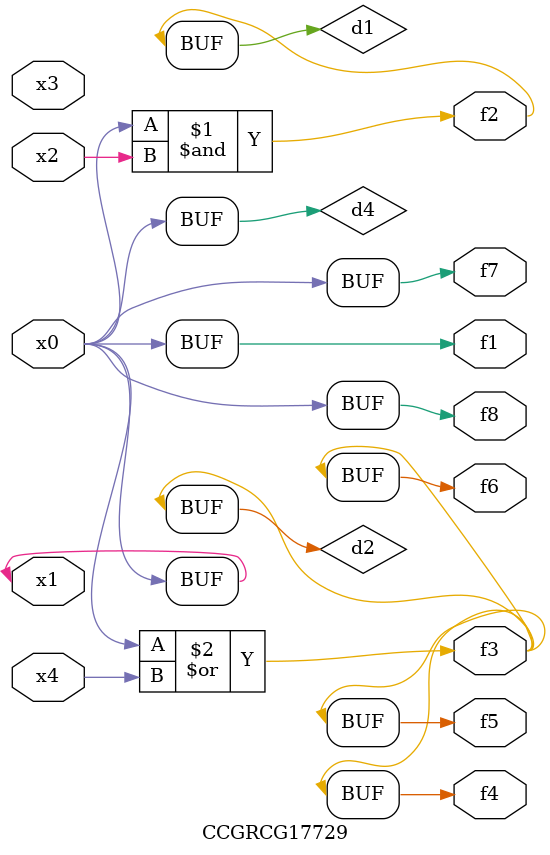
<source format=v>
module CCGRCG17729(
	input x0, x1, x2, x3, x4,
	output f1, f2, f3, f4, f5, f6, f7, f8
);

	wire d1, d2, d3, d4;

	and (d1, x0, x2);
	or (d2, x0, x4);
	nand (d3, x0, x2);
	buf (d4, x0, x1);
	assign f1 = d4;
	assign f2 = d1;
	assign f3 = d2;
	assign f4 = d2;
	assign f5 = d2;
	assign f6 = d2;
	assign f7 = d4;
	assign f8 = d4;
endmodule

</source>
